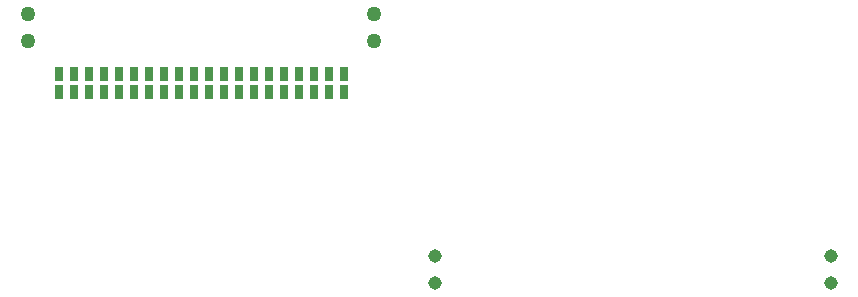
<source format=gbp>
G04 #@! TF.FileFunction,Paste,Bot*
%FSLAX46Y46*%
G04 Gerber Fmt 4.6, Leading zero omitted, Abs format (unit mm)*
G04 Created by KiCad (PCBNEW 4.0.6) date Tuesday, May 23, 2017 'AMt' 09:33:37 AM*
%MOMM*%
%LPD*%
G01*
G04 APERTURE LIST*
%ADD10C,0.150000*%
%ADD11C,1.143000*%
%ADD12R,0.736600X1.143000*%
%ADD13C,1.270000*%
G04 APERTURE END LIST*
D10*
D11*
X97764000Y-62357000D03*
X64236000Y-62357000D03*
X97764000Y-60096400D03*
X64236000Y-60096400D03*
D12*
X32385000Y-44678600D03*
X32385000Y-46202600D03*
X33655000Y-44678600D03*
X33655000Y-46202600D03*
X34925000Y-44678600D03*
X34925000Y-46202600D03*
X36195000Y-44678600D03*
X36195000Y-46202600D03*
X37465000Y-44678600D03*
X37465000Y-46202600D03*
X38735000Y-44678600D03*
X38735000Y-46202600D03*
X40005000Y-44678600D03*
X40005000Y-46202600D03*
X41275000Y-44678600D03*
X41275000Y-46202600D03*
X42545000Y-44678600D03*
X42545000Y-46202600D03*
X43815000Y-44678600D03*
X43815000Y-46202600D03*
X45085000Y-44678600D03*
X45085000Y-46202600D03*
X46355000Y-44678600D03*
X46355000Y-46202600D03*
X47625000Y-44678600D03*
X47625000Y-46202600D03*
X48895000Y-44678600D03*
X48895000Y-46202600D03*
X50165000Y-44678600D03*
X50165000Y-46202600D03*
X51435000Y-44678600D03*
X51435000Y-46202600D03*
X52705000Y-44678600D03*
X52705000Y-46202600D03*
X53975000Y-44678600D03*
X53975000Y-46202600D03*
X55245000Y-44678600D03*
X55245000Y-46202600D03*
X56515000Y-44678600D03*
X56515000Y-46202600D03*
D13*
X29794200Y-39573200D03*
X59105800Y-39573200D03*
X29794200Y-41833800D03*
X59105800Y-41833800D03*
M02*

</source>
